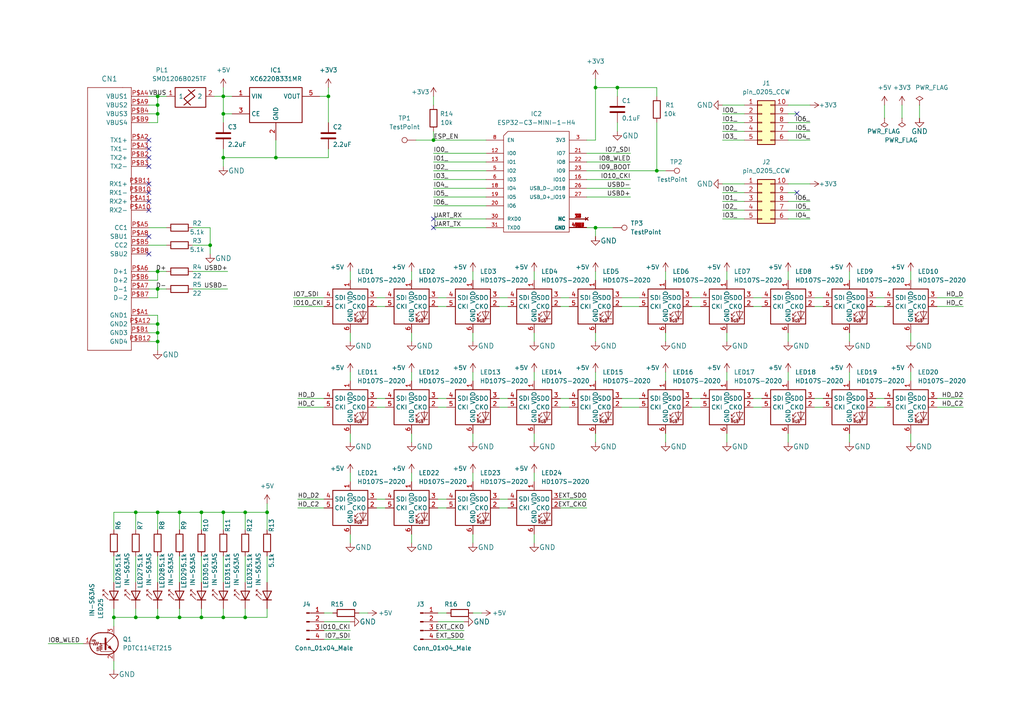
<source format=kicad_sch>
(kicad_sch (version 20211123) (generator eeschema)
  (paper "A4")
  (junction (at 71.12 179.07))
  (junction (at 39.37 148.59))
  (junction (at 60.96 71.12))
  (junction (at 52.07 179.07))
  (junction (at 58.42 179.07))
  (junction (at 45.72 27.94))
  (junction (at 64.77 33.02))
  (junction (at 45.72 93.98))
  (junction (at 45.72 179.07))
  (junction (at 172.72 66.04))
  (junction (at 45.72 96.52))
  (junction (at 39.37 179.07))
  (junction (at 64.77 45.72))
  (junction (at 179.07 25.4))
  (junction (at 33.02 179.07))
  (junction (at 80.01 45.72))
  (junction (at 125.73 40.64))
  (junction (at 58.42 148.59))
  (junction (at 45.72 78.74))
  (junction (at 77.47 148.59))
  (junction (at 45.72 148.59))
  (junction (at 64.77 179.07))
  (junction (at 45.72 83.82))
  (junction (at 172.72 25.4))
  (junction (at 52.07 148.59))
  (junction (at 45.72 33.02))
  (junction (at 71.12 148.59))
  (junction (at 45.72 30.48))
  (junction (at 190.5 49.53))
  (junction (at 95.25 27.94))
  (junction (at 45.72 99.06))
  (junction (at 64.77 148.59))
  (junction (at 64.77 27.94))
  (no_connect (at 43.18 55.88))
  (no_connect (at 43.18 73.66))
  (no_connect (at 231.14 55.88))
  (no_connect (at 125.73 63.5))
  (no_connect (at 231.14 33.02))
  (no_connect (at 43.18 68.58))
  (no_connect (at 43.18 40.64))
  (no_connect (at 43.18 48.26))
  (no_connect (at 43.18 58.42))
  (no_connect (at 43.18 45.72))
  (no_connect (at 43.18 60.96))
  (no_connect (at 43.18 43.18))
  (no_connect (at 125.73 66.04))
  (no_connect (at 43.18 53.34))
  (wire (pts (xy 71.12 148.59) (xy 64.77 148.59)))
  (wire (pts (xy 127 88.9) (xy 129.54 88.9)))
  (wire (pts (xy 228.6 63.5) (xy 234.95 63.5)))
  (wire (pts (xy 210.82 78.74) (xy 210.82 81.28)))
  (wire (pts (xy 125.73 66.04) (xy 140.97 66.04)))
  (wire (pts (xy 119.38 137.16) (xy 119.38 139.7)))
  (wire (pts (xy 162.56 115.57) (xy 165.1 115.57)))
  (wire (pts (xy 125.73 59.69) (xy 140.97 59.69)))
  (wire (pts (xy 58.42 176.53) (xy 58.42 179.07)))
  (wire (pts (xy 86.36 144.78) (xy 93.98 144.78)))
  (wire (pts (xy 64.77 25.4) (xy 64.77 27.94)))
  (wire (pts (xy 134.62 182.88) (xy 127 182.88)))
  (wire (pts (xy 104.14 177.8) (xy 106.68 177.8)))
  (wire (pts (xy 119.38 107.95) (xy 119.38 110.49)))
  (wire (pts (xy 236.22 118.11) (xy 238.76 118.11)))
  (wire (pts (xy 209.55 35.56) (xy 215.9 35.56)))
  (wire (pts (xy 86.36 147.32) (xy 93.98 147.32)))
  (wire (pts (xy 43.18 78.74) (xy 45.72 78.74)))
  (wire (pts (xy 64.77 148.59) (xy 58.42 148.59)))
  (wire (pts (xy 228.6 53.34) (xy 234.95 53.34)))
  (wire (pts (xy 162.56 118.11) (xy 165.1 118.11)))
  (wire (pts (xy 200.66 88.9) (xy 203.2 88.9)))
  (wire (pts (xy 80.01 40.64) (xy 80.01 45.72)))
  (wire (pts (xy 209.55 55.88) (xy 215.9 55.88)))
  (wire (pts (xy 43.18 30.48) (xy 45.72 30.48)))
  (wire (pts (xy 77.47 148.59) (xy 71.12 148.59)))
  (wire (pts (xy 246.38 125.73) (xy 246.38 128.27)))
  (wire (pts (xy 193.04 125.73) (xy 193.04 128.27)))
  (wire (pts (xy 200.66 115.57) (xy 203.2 115.57)))
  (wire (pts (xy 125.73 52.07) (xy 140.97 52.07)))
  (wire (pts (xy 193.04 78.74) (xy 193.04 81.28)))
  (wire (pts (xy 45.72 30.48) (xy 45.72 33.02)))
  (wire (pts (xy 39.37 161.29) (xy 39.37 168.91)))
  (wire (pts (xy 144.78 115.57) (xy 147.32 115.57)))
  (wire (pts (xy 71.12 179.07) (xy 64.77 179.07)))
  (wire (pts (xy 55.88 66.04) (xy 60.96 66.04)))
  (wire (pts (xy 172.72 25.4) (xy 172.72 22.86)))
  (wire (pts (xy 200.66 118.11) (xy 203.2 118.11)))
  (wire (pts (xy 119.38 78.74) (xy 119.38 81.28)))
  (wire (pts (xy 261.62 30.48) (xy 261.62 34.29)))
  (wire (pts (xy 33.02 191.77) (xy 33.02 194.31)))
  (wire (pts (xy 137.16 107.95) (xy 137.16 110.49)))
  (wire (pts (xy 109.22 115.57) (xy 111.76 115.57)))
  (wire (pts (xy 228.6 125.73) (xy 228.6 128.27)))
  (wire (pts (xy 264.16 96.52) (xy 264.16 99.06)))
  (wire (pts (xy 264.16 125.73) (xy 264.16 128.27)))
  (wire (pts (xy 271.78 86.36) (xy 279.4 86.36)))
  (wire (pts (xy 218.44 86.36) (xy 220.98 86.36)))
  (wire (pts (xy 271.78 88.9) (xy 279.4 88.9)))
  (wire (pts (xy 101.6 182.88) (xy 93.98 182.88)))
  (wire (pts (xy 33.02 161.29) (xy 33.02 168.91)))
  (wire (pts (xy 170.18 52.07) (xy 182.88 52.07)))
  (wire (pts (xy 125.73 57.15) (xy 140.97 57.15)))
  (wire (pts (xy 64.77 45.72) (xy 64.77 48.26)))
  (wire (pts (xy 77.47 161.29) (xy 77.47 168.91)))
  (wire (pts (xy 246.38 107.95) (xy 246.38 110.49)))
  (wire (pts (xy 125.73 46.99) (xy 140.97 46.99)))
  (wire (pts (xy 246.38 96.52) (xy 246.38 99.06)))
  (wire (pts (xy 125.73 49.53) (xy 140.97 49.53)))
  (wire (pts (xy 119.38 125.73) (xy 119.38 128.27)))
  (wire (pts (xy 45.72 83.82) (xy 45.72 86.36)))
  (wire (pts (xy 228.6 35.56) (xy 234.95 35.56)))
  (wire (pts (xy 86.36 118.11) (xy 93.98 118.11)))
  (wire (pts (xy 254 86.36) (xy 256.54 86.36)))
  (wire (pts (xy 52.07 148.59) (xy 45.72 148.59)))
  (wire (pts (xy 62.23 27.94) (xy 64.77 27.94)))
  (wire (pts (xy 228.6 38.1) (xy 234.95 38.1)))
  (wire (pts (xy 254 118.11) (xy 256.54 118.11)))
  (wire (pts (xy 92.71 27.94) (xy 95.25 27.94)))
  (wire (pts (xy 52.07 148.59) (xy 52.07 153.67)))
  (wire (pts (xy 209.55 60.96) (xy 215.9 60.96)))
  (wire (pts (xy 170.18 66.04) (xy 172.72 66.04)))
  (wire (pts (xy 45.72 81.28) (xy 45.72 78.74)))
  (wire (pts (xy 101.6 185.42) (xy 93.98 185.42)))
  (wire (pts (xy 45.72 27.94) (xy 48.26 27.94)))
  (wire (pts (xy 180.34 86.36) (xy 185.42 86.36)))
  (wire (pts (xy 254 88.9) (xy 256.54 88.9)))
  (wire (pts (xy 77.47 176.53) (xy 77.47 179.07)))
  (wire (pts (xy 170.18 144.78) (xy 162.56 144.78)))
  (wire (pts (xy 60.96 71.12) (xy 60.96 73.66)))
  (wire (pts (xy 101.6 107.95) (xy 101.6 110.49)))
  (wire (pts (xy 170.18 44.45) (xy 182.88 44.45)))
  (wire (pts (xy 218.44 118.11) (xy 220.98 118.11)))
  (wire (pts (xy 228.6 30.48) (xy 234.95 30.48)))
  (wire (pts (xy 45.72 161.29) (xy 45.72 168.91)))
  (wire (pts (xy 64.77 161.29) (xy 64.77 168.91)))
  (wire (pts (xy 172.72 66.04) (xy 172.72 68.58)))
  (wire (pts (xy 45.72 96.52) (xy 45.72 99.06)))
  (wire (pts (xy 144.78 88.9) (xy 147.32 88.9)))
  (wire (pts (xy 13.97 186.69) (xy 24.13 186.69)))
  (wire (pts (xy 218.44 88.9) (xy 220.98 88.9)))
  (wire (pts (xy 179.07 27.94) (xy 179.07 25.4)))
  (wire (pts (xy 193.04 96.52) (xy 193.04 99.06)))
  (wire (pts (xy 236.22 115.57) (xy 238.76 115.57)))
  (wire (pts (xy 64.77 27.94) (xy 64.77 33.02)))
  (wire (pts (xy 127 177.8) (xy 129.54 177.8)))
  (wire (pts (xy 210.82 96.52) (xy 210.82 99.06)))
  (wire (pts (xy 109.22 118.11) (xy 111.76 118.11)))
  (wire (pts (xy 125.73 40.64) (xy 125.73 38.1)))
  (wire (pts (xy 58.42 148.59) (xy 58.42 153.67)))
  (wire (pts (xy 85.09 88.9) (xy 93.98 88.9)))
  (wire (pts (xy 144.78 144.78) (xy 147.32 144.78)))
  (wire (pts (xy 43.18 83.82) (xy 45.72 83.82)))
  (wire (pts (xy 134.62 185.42) (xy 127 185.42)))
  (wire (pts (xy 180.34 88.9) (xy 185.42 88.9)))
  (wire (pts (xy 45.72 99.06) (xy 45.72 101.6)))
  (wire (pts (xy 209.55 40.64) (xy 215.9 40.64)))
  (wire (pts (xy 71.12 161.29) (xy 71.12 168.91)))
  (wire (pts (xy 43.18 33.02) (xy 45.72 33.02)))
  (wire (pts (xy 77.47 148.59) (xy 77.47 153.67)))
  (wire (pts (xy 137.16 96.52) (xy 137.16 99.06)))
  (wire (pts (xy 39.37 148.59) (xy 33.02 148.59)))
  (wire (pts (xy 231.14 55.88) (xy 228.6 55.88)))
  (wire (pts (xy 58.42 148.59) (xy 52.07 148.59)))
  (wire (pts (xy 137.16 154.94) (xy 137.16 157.48)))
  (wire (pts (xy 125.73 40.64) (xy 140.97 40.64)))
  (wire (pts (xy 144.78 86.36) (xy 147.32 86.36)))
  (wire (pts (xy 119.38 154.94) (xy 119.38 157.48)))
  (wire (pts (xy 190.5 35.56) (xy 190.5 49.53)))
  (wire (pts (xy 172.72 96.52) (xy 172.72 99.06)))
  (wire (pts (xy 127 147.32) (xy 129.54 147.32)))
  (wire (pts (xy 137.16 137.16) (xy 137.16 139.7)))
  (wire (pts (xy 45.72 91.44) (xy 45.72 93.98)))
  (wire (pts (xy 125.73 44.45) (xy 140.97 44.45)))
  (wire (pts (xy 215.9 30.48) (xy 209.55 30.48)))
  (wire (pts (xy 190.5 49.53) (xy 193.04 49.53)))
  (wire (pts (xy 52.07 161.29) (xy 52.07 168.91)))
  (wire (pts (xy 39.37 148.59) (xy 39.37 153.67)))
  (wire (pts (xy 45.72 176.53) (xy 45.72 179.07)))
  (wire (pts (xy 228.6 78.74) (xy 228.6 81.28)))
  (wire (pts (xy 209.55 33.02) (xy 215.9 33.02)))
  (wire (pts (xy 55.88 83.82) (xy 66.04 83.82)))
  (wire (pts (xy 119.38 96.52) (xy 119.38 99.06)))
  (wire (pts (xy 45.72 179.07) (xy 39.37 179.07)))
  (wire (pts (xy 172.72 66.04) (xy 177.8 66.04)))
  (wire (pts (xy 101.6 96.52) (xy 101.6 99.06)))
  (wire (pts (xy 228.6 40.64) (xy 234.95 40.64)))
  (wire (pts (xy 109.22 147.32) (xy 111.76 147.32)))
  (wire (pts (xy 137.16 78.74) (xy 137.16 81.28)))
  (wire (pts (xy 55.88 71.12) (xy 60.96 71.12)))
  (wire (pts (xy 45.72 148.59) (xy 45.72 153.67)))
  (wire (pts (xy 228.6 58.42) (xy 234.95 58.42)))
  (wire (pts (xy 95.25 25.4) (xy 95.25 27.94)))
  (wire (pts (xy 200.66 86.36) (xy 203.2 86.36)))
  (wire (pts (xy 209.55 58.42) (xy 215.9 58.42)))
  (wire (pts (xy 109.22 86.36) (xy 111.76 86.36)))
  (wire (pts (xy 45.72 78.74) (xy 48.26 78.74)))
  (wire (pts (xy 43.18 91.44) (xy 45.72 91.44)))
  (wire (pts (xy 127 115.57) (xy 129.54 115.57)))
  (wire (pts (xy 246.38 78.74) (xy 246.38 81.28)))
  (wire (pts (xy 264.16 78.74) (xy 264.16 81.28)))
  (wire (pts (xy 120.65 40.64) (xy 125.73 40.64)))
  (wire (pts (xy 101.6 125.73) (xy 101.6 128.27)))
  (wire (pts (xy 271.78 118.11) (xy 279.4 118.11)))
  (wire (pts (xy 144.78 147.32) (xy 147.32 147.32)))
  (wire (pts (xy 236.22 88.9) (xy 238.76 88.9)))
  (wire (pts (xy 180.34 118.11) (xy 185.42 118.11)))
  (wire (pts (xy 193.04 107.95) (xy 193.04 110.49)))
  (wire (pts (xy 170.18 46.99) (xy 182.88 46.99)))
  (wire (pts (xy 137.16 125.73) (xy 137.16 128.27)))
  (wire (pts (xy 109.22 144.78) (xy 111.76 144.78)))
  (wire (pts (xy 71.12 148.59) (xy 71.12 153.67)))
  (wire (pts (xy 45.72 83.82) (xy 48.26 83.82)))
  (wire (pts (xy 64.77 179.07) (xy 58.42 179.07)))
  (wire (pts (xy 43.18 99.06) (xy 45.72 99.06)))
  (wire (pts (xy 172.72 78.74) (xy 172.72 81.28)))
  (wire (pts (xy 170.18 147.32) (xy 162.56 147.32)))
  (wire (pts (xy 228.6 96.52) (xy 228.6 99.06)))
  (wire (pts (xy 127 144.78) (xy 129.54 144.78)))
  (wire (pts (xy 52.07 179.07) (xy 45.72 179.07)))
  (wire (pts (xy 236.22 86.36) (xy 238.76 86.36)))
  (wire (pts (xy 33.02 176.53) (xy 33.02 179.07)))
  (wire (pts (xy 33.02 179.07) (xy 33.02 181.61)))
  (wire (pts (xy 67.31 33.02) (xy 64.77 33.02)))
  (wire (pts (xy 162.56 86.36) (xy 165.1 86.36)))
  (wire (pts (xy 95.25 43.18) (xy 95.25 45.72)))
  (wire (pts (xy 172.72 25.4) (xy 179.07 25.4)))
  (wire (pts (xy 127 86.36) (xy 129.54 86.36)))
  (wire (pts (xy 64.77 45.72) (xy 80.01 45.72)))
  (wire (pts (xy 43.18 66.04) (xy 48.26 66.04)))
  (wire (pts (xy 127 118.11) (xy 129.54 118.11)))
  (wire (pts (xy 101.6 78.74) (xy 101.6 81.28)))
  (wire (pts (xy 86.36 115.57) (xy 93.98 115.57)))
  (wire (pts (xy 33.02 148.59) (xy 33.02 153.67)))
  (wire (pts (xy 43.18 96.52) (xy 45.72 96.52)))
  (wire (pts (xy 58.42 179.07) (xy 52.07 179.07)))
  (wire (pts (xy 162.56 88.9) (xy 165.1 88.9)))
  (wire (pts (xy 125.73 54.61) (xy 140.97 54.61)))
  (wire (pts (xy 170.18 49.53) (xy 190.5 49.53)))
  (wire (pts (xy 154.94 125.73) (xy 154.94 128.27)))
  (wire (pts (xy 77.47 146.05) (xy 77.47 148.59)))
  (wire (pts (xy 125.73 30.48) (xy 125.73 27.94)))
  (wire (pts (xy 271.78 115.57) (xy 279.4 115.57)))
  (wire (pts (xy 43.18 71.12) (xy 48.26 71.12)))
  (wire (pts (xy 180.34 115.57) (xy 185.42 115.57)))
  (wire (pts (xy 228.6 107.95) (xy 228.6 110.49)))
  (wire (pts (xy 170.18 57.15) (xy 182.88 57.15)))
  (wire (pts (xy 209.55 63.5) (xy 215.9 63.5)))
  (wire (pts (xy 43.18 93.98) (xy 45.72 93.98)))
  (wire (pts (xy 215.9 53.34) (xy 209.55 53.34)))
  (wire (pts (xy 43.18 35.56) (xy 45.72 35.56)))
  (wire (pts (xy 154.94 107.95) (xy 154.94 110.49)))
  (wire (pts (xy 210.82 107.95) (xy 210.82 110.49)))
  (wire (pts (xy 254 115.57) (xy 256.54 115.57)))
  (wire (pts (xy 80.01 45.72) (xy 95.25 45.72)))
  (wire (pts (xy 85.09 86.36) (xy 93.98 86.36)))
  (wire (pts (xy 172.72 40.64) (xy 172.72 25.4)))
  (wire (pts (xy 43.18 86.36) (xy 45.72 86.36)))
  (wire (pts (xy 58.42 161.29) (xy 58.42 168.91)))
  (wire (pts (xy 43.18 81.28) (xy 45.72 81.28)))
  (wire (pts (xy 172.72 107.95) (xy 172.72 110.49)))
  (wire (pts (xy 170.18 54.61) (xy 182.88 54.61)))
  (wire (pts (xy 60.96 66.04) (xy 60.96 71.12)))
  (wire (pts (xy 45.72 30.48) (xy 45.72 27.94)))
  (wire (pts (xy 45.72 33.02) (xy 45.72 35.56)))
  (wire (pts (xy 77.47 179.07) (xy 71.12 179.07)))
  (wire (pts (xy 101.6 137.16) (xy 101.6 139.7)))
  (wire (pts (xy 170.18 40.64) (xy 172.72 40.64)))
  (wire (pts (xy 137.16 177.8) (xy 139.7 177.8)))
  (wire (pts (xy 43.18 27.94) (xy 45.72 27.94)))
  (wire (pts (xy 71.12 176.53) (xy 71.12 179.07)))
  (wire (pts (xy 266.7 30.48) (xy 266.7 34.29)))
  (wire (pts (xy 125.73 63.5) (xy 140.97 63.5)))
  (wire (pts (xy 45.72 93.98) (xy 45.72 96.52)))
  (wire (pts (xy 154.94 154.94) (xy 154.94 157.48)))
  (wire (pts (xy 101.6 154.94) (xy 101.6 157.48)))
  (wire (pts (xy 218.44 115.57) (xy 220.98 115.57)))
  (wire (pts (xy 64.77 27.94) (xy 67.31 27.94)))
  (wire (pts (xy 154.94 78.74) (xy 154.94 81.28)))
  (wire (pts (xy 127 180.34) (xy 134.62 180.34)))
  (wire (pts (xy 55.88 78.74) (xy 66.04 78.74)))
  (wire (pts (xy 144.78 118.11) (xy 147.32 118.11)))
  (wire (pts (xy 64.77 33.02) (xy 64.77 35.56)))
  (wire (pts (xy 95.25 27.94) (xy 95.25 35.56)))
  (wire (pts (xy 64.77 43.18) (xy 64.77 45.72)))
  (wire (pts (xy 209.55 38.1) (xy 215.9 38.1)))
  (wire (pts (xy 228.6 60.96) (xy 234.95 60.96)))
  (wire (pts (xy 190.5 25.4) (xy 190.5 27.94)))
  (wire (pts (xy 45.72 148.59) (xy 39.37 148.59)))
  (wire (pts (xy 154.94 137.16) (xy 154.94 139.7)))
  (wire (pts (xy 256.54 30.48) (xy 256.54 34.29)))
  (wire (pts (xy 39.37 176.53) (xy 39.37 179.07)))
  (wire (pts (xy 93.98 177.8) (xy 96.52 177.8)))
  (wire (pts (xy 64.77 148.59) (xy 64.77 153.67)))
  (wire (pts (xy 172.72 125.73) (xy 172.72 128.27)))
  (wire (pts (xy 39.37 179.07) (xy 33.02 179.07)))
  (wire (pts (xy 52.07 176.53) (xy 52.07 179.07)))
  (wire (pts (xy 231.14 33.02) (xy 228.6 33.02)))
  (wire (pts (xy 179.07 25.4) (xy 190.5 25.4)))
  (wire (pts (xy 93.98 180.34) (xy 101.6 180.34)))
  (wire (pts (xy 64.77 176.53) (xy 64.77 179.07)))
  (wire (pts (xy 179.07 35.56) (xy 179.07 38.1)))
  (wire (pts (xy 264.16 107.95) (xy 264.16 110.49)))
  (wire (pts (xy 154.94 96.52) (xy 154.94 99.06)))
  (wire (pts (xy 109.22 88.9) (xy 111.76 88.9)))
  (wire (pts (xy 210.82 125.73) (xy 210.82 128.27)))
  (label "IO7_SDI" (at 182.88 44.45 180))
  (label "IO5_" (at 125.73 57.15 0))
  (label "IO4_" (at 234.95 63.5 180))
  (label "D-" (at 48.26 83.82 180))
  (label "HD_C" (at 86.36 118.11 0))
  (label "IO7_SDI" (at 101.6 185.42 180))
  (label "UART_RX" (at 125.73 63.5 0))
  (label "IO5_" (at 234.95 38.1 180))
  (label "EXT_CKO" (at 170.18 147.32 180))
  (label "IO10_CKI" (at 101.6 182.88 180))
  (label "IO1_" (at 125.73 46.99 0))
  (label "HD_D" (at 86.36 115.57 0))
  (label "D+" (at 48.26 78.74 180))
  (label "IO4_" (at 125.73 54.61 0))
  (label "HD_D2" (at 86.36 144.78 0))
  (label "IO6_" (at 234.95 35.56 180))
  (label "IO5_" (at 234.95 60.96 180))
  (label "VBUS" (at 43.18 27.94 0))
  (label "IO0_" (at 125.73 44.45 0))
  (label "IO9_BOOT" (at 182.88 49.53 180))
  (label "IO3_" (at 209.55 63.5 0))
  (label "UART_TX" (at 125.73 66.04 0))
  (label "USBD+" (at 66.04 78.74 180))
  (label "IO1_" (at 209.55 58.42 0))
  (label "IO3_" (at 209.55 40.64 0))
  (label "EXT_SDO" (at 134.62 185.42 180))
  (label "IO1_" (at 209.55 35.56 0))
  (label "IO2_" (at 209.55 38.1 0))
  (label "HD_C2" (at 279.4 118.11 180))
  (label "IO0_" (at 209.55 55.88 0))
  (label "IO6_" (at 125.73 59.69 0))
  (label "USBD+" (at 182.88 57.15 180))
  (label "EXT_CKO" (at 134.62 182.88 180))
  (label "IO2_" (at 209.55 60.96 0))
  (label "IO8_WLED" (at 13.97 186.69 0))
  (label "IO8_WLED" (at 182.88 46.99 180))
  (label "HD_D2" (at 279.4 115.57 180))
  (label "IO7_SDI" (at 85.09 86.36 0))
  (label "IO3_" (at 125.73 52.07 0))
  (label "IO4_" (at 234.95 40.64 180))
  (label "IO10_CKI" (at 85.09 88.9 0))
  (label "IO10_CKI" (at 182.88 52.07 180))
  (label "HD_C" (at 279.4 88.9 180))
  (label "IO6_" (at 234.95 58.42 180))
  (label "ESP_EN" (at 125.73 40.64 0))
  (label "USBD-" (at 182.88 54.61 180))
  (label "HD_D" (at 279.4 86.36 180))
  (label "IO2_" (at 125.73 49.53 0))
  (label "USBD-" (at 66.04 83.82 180))
  (label "EXT_SDO" (at 170.18 144.78 180))
  (label "IO0_" (at 209.55 33.02 0))
  (label "HD_C2" (at 86.36 147.32 0))
  (symbol (lib_id "Device:R") (at 100.33 177.8 90) (unit 1)
    (property "Reference" "R15" (at 97.79 175.26 90))
    (property "Value" "0" (at 102.87 175.26 90))
    (property "Footprint" "Resistor_SMD:R_0603_1608Metric" (effects hide))
  )
  (symbol (lib_id "001-common:GND") (at 154.94 158.75 0) (unit 1)
    (property "Reference" "#SUPPLY033" (effects hide))
    (property "Value" "GND" (at 158.75 158.75 0) (effects (font (size 1.4986 1.4986))))
  )
  (symbol (lib_id "001-common:GND") (at 137.16 100.33 0) (unit 1)
    (property "Reference" "#SUPPLY010" (effects hide))
    (property "Value" "GND" (at 140.97 100.33 0) (effects (font (size 1.4986 1.4986))))
  )
  (symbol (lib_id "203-business-card:IN-S63AS") (at 39.37 171.45 90) (unit 1)
    (property "Reference" "LED26" (at 34.29 167.64 0))
    (property "Value" "IN-S63AS" (at 36.83 165.1 0))
    (property "Footprint" "203-business-card:IN-S63AS5UW" (effects hide))
  )
  (symbol (lib_id "Device:R") (at 45.72 157.48 0) (unit 1)
    (property "Reference" "R8" (at 46.99 152.4 90))
    (property "Value" "5.1k" (at 46.99 162.56 90))
    (property "Footprint" "Resistor_SMD:R_0603_1608Metric" (effects hide))
  )
  (symbol (lib_id "001-common:GND") (at 172.72 100.33 0) (unit 1)
    (property "Reference" "#SUPPLY012" (effects hide))
    (property "Value" "GND" (at 176.53 100.33 0) (effects (font (size 1.4986 1.4986))))
  )
  (symbol (lib_id "001-common:GND") (at 246.38 100.33 0) (unit 1)
    (property "Reference" "#SUPPLY016" (effects hide))
    (property "Value" "GND" (at 250.19 100.33 0) (effects (font (size 1.4986 1.4986))))
  )
  (symbol (lib_id "Device:R") (at 52.07 157.48 0) (unit 1)
    (property "Reference" "R9" (at 53.34 152.4 90))
    (property "Value" "5.1k" (at 53.34 162.56 90))
    (property "Footprint" "Resistor_SMD:R_0603_1608Metric" (effects hide))
  )
  (symbol (lib_id "Device:R") (at 58.42 157.48 0) (unit 1)
    (property "Reference" "R10" (at 59.69 152.4 90))
    (property "Value" "5.1k" (at 59.69 162.56 90))
    (property "Footprint" "Resistor_SMD:R_0603_1608Metric" (effects hide))
  )
  (symbol (lib_id "203-business-card:HD107S-2020") (at 246.38 88.9 0) (unit 1)
    (property "Reference" "LED9" (at 248.3994 78.74 0) (effects (justify left)))
    (property "Value" "HD107S-2020" (at 248.3994 81.28 0) (effects (justify left)))
    (property "Footprint" "203-business-card:HD107S-2020" (effects hide))
  )
  (symbol (lib_id "001-common:GND") (at 246.38 129.54 0) (unit 1)
    (property "Reference" "#SUPPLY028" (effects hide))
    (property "Value" "GND" (at 250.19 129.54 0) (effects (font (size 1.4986 1.4986))))
  )
  (symbol (lib_id "001-common:GND") (at 228.6 129.54 0) (unit 1)
    (property "Reference" "#SUPPLY027" (effects hide))
    (property "Value" "GND" (at 232.41 129.54 0) (effects (font (size 1.4986 1.4986))))
  )
  (symbol (lib_id "203-business-card:HD107S-2020") (at 101.6 147.32 0) (unit 1)
    (property "Reference" "LED21" (at 103.6194 137.16 0) (effects (justify left)))
    (property "Value" "HD107S-2020" (at 103.6194 139.7 0) (effects (justify left)))
    (property "Footprint" "203-business-card:HD107S-2020" (effects hide))
  )
  (symbol (lib_id "203-business-card:HD107S-2020") (at 119.38 88.9 0) (unit 1)
    (property "Reference" "LED2" (at 121.3994 78.74 0) (effects (justify left)))
    (property "Value" "HD107S-2020" (at 121.3994 81.28 0) (effects (justify left)))
    (property "Footprint" "203-business-card:HD107S-2020" (effects hide))
  )
  (symbol (lib_id "Device:C") (at 95.25 39.37 0) (unit 1)
    (property "Reference" "C2" (at 96.52 36.83 0) (effects (justify left)))
    (property "Value" "2.2uF" (at 96.52 41.91 0) (effects (justify left)))
    (property "Footprint" "Capacitor_SMD:C_0603_1608Metric" (effects hide))
  )
  (symbol (lib_id "Device:R") (at 52.07 66.04 90) (unit 1)
    (property "Reference" "R2" (at 57.15 64.77 90))
    (property "Value" "5.1k" (at 57.15 67.31 90))
    (property "Footprint" "Resistor_SMD:R_0603_1608Metric" (effects hide))
  )
  (symbol (lib_id "001-common:GND") (at 266.7 35.56 0) (unit 1)
    (property "Reference" "#SUPPLY01" (effects hide))
    (property "Value" "GND" (at 266.7 38.1 0) (effects (font (size 1.4986 1.4986))))
  )
  (symbol (lib_id "power:+3V3") (at 95.25 25.4 0) (unit 1)
    (property "Reference" "#PWR06" (effects hide))
    (property "Value" "+3V3" (at 95.25 20.32 0))
  )
  (symbol (lib_id "Device:R") (at 133.35 177.8 90) (unit 1)
    (property "Reference" "R16" (at 130.81 175.26 90))
    (property "Value" "0" (at 135.89 175.26 90))
    (property "Footprint" "Resistor_SMD:R_0603_1608Metric" (effects hide))
  )
  (symbol (lib_id "Device:R") (at 52.07 71.12 90) (unit 1)
    (property "Reference" "R3" (at 57.15 69.85 90))
    (property "Value" "5.1k" (at 57.15 72.39 90))
    (property "Footprint" "Resistor_SMD:R_0603_1608Metric" (effects hide))
  )
  (symbol (lib_id "power:+5V") (at 101.6 78.74 0) (unit 1)
    (property "Reference" "#PWR08" (effects hide))
    (property "Value" "+5V" (at 97.79 77.47 0))
  )
  (symbol (lib_id "001-common:GND") (at 119.38 158.75 0) (unit 1)
    (property "Reference" "#SUPPLY031" (effects hide))
    (property "Value" "GND" (at 123.19 158.75 0) (effects (font (size 1.4986 1.4986))))
  )
  (symbol (lib_id "203-business-card:HD107S-2020") (at 154.94 88.9 0) (unit 1)
    (property "Reference" "LED4" (at 156.9594 78.74 0) (effects (justify left)))
    (property "Value" "HD107S-2020" (at 156.9594 81.28 0) (effects (justify left)))
    (property "Footprint" "203-business-card:HD107S-2020" (effects hide))
  )
  (symbol (lib_id "001-common:GND") (at 137.16 129.54 0) (unit 1)
    (property "Reference" "#SUPPLY022" (effects hide))
    (property "Value" "GND" (at 140.97 129.54 0) (effects (font (size 1.4986 1.4986))))
  )
  (symbol (lib_id "203-business-card:PDTC114ET215") (at 30.48 186.69 0) (unit 1)
    (property "Reference" "Q1" (at 35.56 185.4199 0) (effects (justify left)))
    (property "Value" "PDTC114ET215" (at 35.56 187.9599 0) (effects (justify left)))
    (property "Footprint" "Package_TO_SOT_SMD:SOT-23-3" (effects hide))
  )
  (symbol (lib_id "203-business-card:HD107S-2020") (at 137.16 88.9 0) (unit 1)
    (property "Reference" "LED3" (at 139.1794 78.74 0) (effects (justify left)))
    (property "Value" "HD107S-2020" (at 139.1794 81.28 0) (effects (justify left)))
    (property "Footprint" "203-business-card:HD107S-2020" (effects hide))
  )
  (symbol (lib_id "power:+5V") (at 137.16 107.95 0) (unit 1)
    (property "Reference" "#PWR020" (effects hide))
    (property "Value" "+5V" (at 133.35 106.68 0))
  )
  (symbol (lib_id "001-common:GND") (at 179.07 39.37 0) (unit 1)
    (property "Reference" "#SUPPLY02" (effects hide))
    (property "Value" "GND" (at 182.88 39.37 0) (effects (font (size 1.4986 1.4986))))
  )
  (symbol (lib_id "203-business-card:IN-S63AS") (at 71.12 171.45 90) (unit 1)
    (property "Reference" "LED31" (at 66.04 167.64 0))
    (property "Value" "IN-S63AS" (at 68.58 165.1 0))
    (property "Footprint" "203-business-card:IN-S63AS5UW" (effects hide))
  )
  (symbol (lib_id "203-business-card:HD107S-2020") (at 101.6 88.9 0) (unit 1)
    (property "Reference" "LED1" (at 103.6194 78.74 0) (effects (justify left)))
    (property "Value" "HD107S-2020" (at 103.6194 81.28 0) (effects (justify left)))
    (property "Footprint" "203-business-card:HD107S-2020" (effects hide))
  )
  (symbol (lib_id "001-common:GND") (at 208.28 53.34 270) (unit 1)
    (property "Reference" "#SUPPLY0101" (effects hide))
    (property "Value" "GND" (at 204.47 53.34 90) (effects (font (size 1.4986 1.4986))))
  )
  (symbol (lib_id "power:+5V") (at 264.16 107.95 0) (unit 1)
    (property "Reference" "#PWR027" (effects hide))
    (property "Value" "+5V" (at 260.35 106.68 0))
  )
  (symbol (lib_id "power:+5V") (at 137.16 137.16 0) (unit 1)
    (property "Reference" "#PWR032" (effects hide))
    (property "Value" "+5V" (at 133.35 135.89 0))
  )
  (symbol (lib_id "power:+5V") (at 119.38 107.95 0) (unit 1)
    (property "Reference" "#PWR019" (effects hide))
    (property "Value" "+5V" (at 115.57 106.68 0))
  )
  (symbol (lib_id "001-common:GND") (at 101.6 129.54 0) (unit 1)
    (property "Reference" "#SUPPLY020" (effects hide))
    (property "Value" "GND" (at 105.41 129.54 0) (effects (font (size 1.4986 1.4986))))
  )
  (symbol (lib_id "203-business-card:HD107S-2020") (at 154.94 147.32 0) (unit 1)
    (property "Reference" "LED24" (at 156.9594 137.16 0) (effects (justify left)))
    (property "Value" "HD107S-2020" (at 156.9594 139.7 0) (effects (justify left)))
    (property "Footprint" "203-business-card:HD107S-2020" (effects hide))
  )
  (symbol (lib_id "203-business-card:HD107S-2020") (at 137.16 147.32 0) (unit 1)
    (property "Reference" "LED23" (at 139.1794 137.16 0) (effects (justify left)))
    (property "Value" "HD107S-2020" (at 139.1794 139.7 0) (effects (justify left)))
    (property "Footprint" "203-business-card:HD107S-2020" (effects hide))
  )
  (symbol (lib_id "Connector:TestPoint") (at 120.65 40.64 90) (unit 1)
    (property "Reference" "TP1" (at 117.348 34.29 90))
    (property "Value" "TestPoint" (at 117.348 36.83 90))
    (property "Footprint" "TestPoint:TestPoint_Pad_D1.5mm" (effects hide))
  )
  (symbol (lib_id "power:+3V3") (at 234.95 30.48 270) (unit 1)
    (property "Reference" "#PWR029" (effects hide))
    (property "Value" "+3V3" (at 237.49 30.48 90) (effects (justify left)))
  )
  (symbol (lib_id "power:PWR_FLAG") (at 256.54 34.29 180) (unit 1)
    (property "Reference" "#FLG02" (effects hide))
    (property "Value" "PWR_FLAG" (at 251.46 38.1 0) (effects (justify right)))
  )
  (symbol (lib_id "power:+5V") (at 139.7 177.8 270) (unit 1)
    (property "Reference" "#PWR01" (effects hide))
    (property "Value" "+5V" (at 144.78 177.8 90))
  )
  (symbol (lib_id "Device:C") (at 64.77 39.37 0) (unit 1)
    (property "Reference" "C3" (at 66.04 36.83 0) (effects (justify left)))
    (property "Value" "2.2uF" (at 66.04 41.91 0) (effects (justify left)))
    (property "Footprint" "Capacitor_SMD:C_0603_1608Metric" (effects hide))
  )
  (symbol (lib_id "001-common:GND") (at 154.94 100.33 0) (unit 1)
    (property "Reference" "#SUPPLY011" (effects hide))
    (property "Value" "GND" (at 158.75 100.33 0) (effects (font (size 1.4986 1.4986))))
  )
  (symbol (lib_id "203-business-card:HD107S-2020") (at 193.04 118.11 0) (unit 1)
    (property "Reference" "LED16" (at 195.0594 107.95 0) (effects (justify left)))
    (property "Value" "HD107S-2020" (at 195.0594 110.49 0) (effects (justify left)))
    (property "Footprint" "203-business-card:HD107S-2020" (effects hide))
  )
  (symbol (lib_id "203-business-card:HD107S-2020") (at 264.16 118.11 0) (unit 1)
    (property "Reference" "LED20" (at 266.1794 107.95 0) (effects (justify left)))
    (property "Value" "HD107S-2020" (at 266.1794 110.49 0) (effects (justify left)))
    (property "Footprint" "203-business-card:HD107S-2020" (effects hide))
  )
  (symbol (lib_id "power:+5V") (at 264.16 78.74 0) (unit 1)
    (property "Reference" "#PWR017" (effects hide))
    (property "Value" "+5V" (at 260.35 77.47 0))
  )
  (symbol (lib_id "Connector:TestPoint") (at 193.04 49.53 270) (unit 1)
    (property "Reference" "TP2" (at 194.31 46.99 90) (effects (justify left)))
    (property "Value" "TestPoint" (at 190.5 52.07 90) (effects (justify left)))
    (property "Footprint" "TestPoint:TestPoint_Pad_D1.5mm" (effects hide))
  )
  (symbol (lib_id "power:+5V") (at 172.72 78.74 0) (unit 1)
    (property "Reference" "#PWR012" (effects hide))
    (property "Value" "+5V" (at 168.91 77.47 0))
  )
  (symbol (lib_id "Device:R") (at 52.07 83.82 90) (unit 1)
    (property "Reference" "R5" (at 57.15 82.55 90))
    (property "Value" "22" (at 57.15 85.09 90))
    (property "Footprint" "Resistor_SMD:R_0603_1608Metric" (effects hide))
  )
  (symbol (lib_id "001-common:GND") (at 154.94 129.54 0) (unit 1)
    (property "Reference" "#SUPPLY023" (effects hide))
    (property "Value" "GND" (at 158.75 129.54 0) (effects (font (size 1.4986 1.4986))))
  )
  (symbol (lib_id "203-business-card:IN-S63AS") (at 58.42 171.45 90) (unit 1)
    (property "Reference" "LED29" (at 53.34 167.64 0))
    (property "Value" "IN-S63AS" (at 55.88 165.1 0))
    (property "Footprint" "203-business-card:IN-S63AS5UW" (effects hide))
  )
  (symbol (lib_id "001-common:GND") (at 210.82 129.54 0) (unit 1)
    (property "Reference" "#SUPPLY026" (effects hide))
    (property "Value" "GND" (at 214.63 129.54 0) (effects (font (size 1.4986 1.4986))))
  )
  (symbol (lib_id "power:+5V") (at 106.68 177.8 270) (unit 1)
    (property "Reference" "#PWR036" (effects hide))
    (property "Value" "+5V" (at 111.76 177.8 90))
  )
  (symbol (lib_id "power:+5V") (at 154.94 78.74 0) (unit 1)
    (property "Reference" "#PWR011" (effects hide))
    (property "Value" "+5V" (at 151.13 77.47 0))
  )
  (symbol (lib_id "203-business-card:HD107S-2020") (at 101.6 118.11 0) (unit 1)
    (property "Reference" "LED11" (at 103.6194 107.95 0) (effects (justify left)))
    (property "Value" "HD107S-2020" (at 103.6194 110.49 0) (effects (justify left)))
    (property "Footprint" "203-business-card:HD107S-2020" (effects hide))
  )
  (symbol (lib_id "power:+5V") (at 101.6 137.16 0) (unit 1)
    (property "Reference" "#PWR030" (effects hide))
    (property "Value" "+5V" (at 97.79 135.89 0))
  )
  (symbol (lib_id "203-business-card:HD107S-2020") (at 246.38 118.11 0) (unit 1)
    (property "Reference" "LED19" (at 248.3994 107.95 0) (effects (justify left)))
    (property "Value" "HD107S-2020" (at 248.3994 110.49 0) (effects (justify left)))
    (property "Footprint" "203-business-card:HD107S-2020" (effects hide))
  )
  (symbol (lib_id "power:+5V") (at 246.38 107.95 0) (unit 1)
    (property "Reference" "#PWR026" (effects hide))
    (property "Value" "+5V" (at 242.57 106.68 0))
  )
  (symbol (lib_id "Device:C") (at 179.07 31.75 0) (unit 1)
    (property "Reference" "C1" (at 180.34 29.21 0) (effects (justify left)))
    (property "Value" "0.1uF" (at 180.34 34.29 0) (effects (justify left)))
    (property "Footprint" "Capacitor_SMD:C_0603_1608Metric" (effects hide))
  )
  (symbol (lib_id "203-business-card:HD107S-2020") (at 264.16 88.9 0) (unit 1)
    (property "Reference" "LED10" (at 266.1794 78.74 0) (effects (justify left)))
    (property "Value" "HD107S-2020" (at 266.1794 81.28 0) (effects (justify left)))
    (property "Footprint" "203-business-card:HD107S-2020" (effects hide))
  )
  (symbol (lib_id "Device:R") (at 39.37 157.48 0) (unit 1)
    (property "Reference" "R7" (at 40.64 152.4 90))
    (property "Value" "5.1k" (at 40.64 162.56 90))
    (property "Footprint" "Resistor_SMD:R_0603_1608Metric" (effects hide))
  )
  (symbol (lib_id "power:+3V3") (at 261.62 30.48 0) (unit 1)
    (property "Reference" "#PWR04" (effects hide))
    (property "Value" "+3V3" (at 261.62 25.4 0))
  )
  (symbol (lib_id "203-business-card:HD107S-2020") (at 137.16 118.11 0) (unit 1)
    (property "Reference" "LED13" (at 139.1794 107.95 0) (effects (justify left)))
    (property "Value" "HD107S-2020" (at 139.1794 110.49 0) (effects (justify left)))
    (property "Footprint" "203-business-card:HD107S-2020" (effects hide))
  )
  (symbol (lib_id "001-common:GND") (at 135.89 180.34 90) (unit 1)
    (property "Reference" "#SUPPLY03" (effects hide))
    (property "Value" "GND" (at 139.7 180.34 90) (effects (font (size 1.4986 1.4986))))
  )
  (symbol (lib_id "001-common:GND") (at 264.16 129.54 0) (unit 1)
    (property "Reference" "#SUPPLY029" (effects hide))
    (property "Value" "GND" (at 267.97 129.54 0) (effects (font (size 1.4986 1.4986))))
  )
  (symbol (lib_id "power:+5V") (at 210.82 107.95 0) (unit 1)
    (property "Reference" "#PWR024" (effects hide))
    (property "Value" "+5V" (at 207.01 106.68 0))
  )
  (symbol (lib_id "Connector:TestPoint") (at 177.8 66.04 270) (unit 1)
    (property "Reference" "TP3" (at 182.88 64.7699 90) (effects (justify left)))
    (property "Value" "TestPoint" (at 182.88 67.3099 90) (effects (justify left)))
    (property "Footprint" "TestPoint:TestPoint_Pad_D1.5mm" (effects hide))
  )
  (symbol (lib_id "001-common:GND") (at 101.6 158.75 0) (unit 1)
    (property "Reference" "#SUPPLY030" (effects hide))
    (property "Value" "GND" (at 105.41 158.75 0) (effects (font (size 1.4986 1.4986))))
  )
  (symbol (lib_id "power:+5V") (at 172.72 107.95 0) (unit 1)
    (property "Reference" "#PWR022" (effects hide))
    (property "Value" "+5V" (at 168.91 106.68 0))
  )
  (symbol (lib_id "001-common:GND") (at 33.02 195.58 0) (unit 1)
    (property "Reference" "#SUPPLY036" (effects hide))
    (property "Value" "GND" (at 36.83 195.58 0) (effects (font (size 1.4986 1.4986))))
  )
  (symbol (lib_id "power:+3V3") (at 125.73 27.94 0) (unit 1)
    (property "Reference" "#PWR028" (effects hide))
    (property "Value" "+3V3" (at 121.92 26.67 0))
  )
  (symbol (lib_id "power:+5V") (at 119.38 137.16 0) (unit 1)
    (property "Reference" "#PWR031" (effects hide))
    (property "Value" "+5V" (at 115.57 135.89 0))
  )
  (symbol (lib_id "Connector_Generic:Conn_02x05_Counter_Clockwise") (at 220.98 58.42 0) (unit 1)
    (property "Reference" "J2" (at 222.25 46.99 0))
    (property "Value" "pin_0205_CCW" (at 222.25 49.53 0))
    (property "Footprint" "203-business-card:hachi-8080-10pin-mount-for-ELECA" (effects hide))
  )
  (symbol (lib_id "203-business-card:ESP32-C3-MINI-1-H4") (at 146.05 38.1 0) (unit 1)
    (property "Reference" "IC2" (at 155.575 33.02 0))
    (property "Value" "ESP32-C3-MINI-1-H4" (at 155.575 35.56 0))
    (property "Footprint" "203-business-card:XCVR_ESP32-C3-MINI-1-N4" (effects hide))
  )
  (symbol (lib_id "001-common:GND") (at 119.38 129.54 0) (unit 1)
    (property "Reference" "#SUPPLY021" (effects hide))
    (property "Value" "GND" (at 123.19 129.54 0) (effects (font (size 1.4986 1.4986))))
  )
  (symbol (lib_id "001-common:GND") (at 208.28 30.48 270) (unit 1)
    (property "Reference" "#SUPPLY034" (effects hide))
    (property "Value" "GND" (at 204.47 30.48 90) (effects (font (size 1.4986 1.4986))))
  )
  (symbol (lib_id "001-common:GND") (at 101.6 100.33 0) (unit 1)
    (property "Reference" "#SUPPLY08" (effects hide))
    (property "Value" "GND" (at 105.41 100.33 0) (effects (font (size 1.4986 1.4986))))
  )
  (symbol (lib_id "Connector_Generic:Conn_02x05_Counter_Clockwise") (at 220.98 35.56 0) (unit 1)
    (property "Reference" "J1" (at 222.25 24.13 0))
    (property "Value" "pin_0205_CCW" (at 222.25 26.67 0))
    (property "Footprint" "203-business-card:hachi-8080-10pin-mount-for-ELECA" (effects hide))
  )
  (symbol (lib_id "203-business-card:CON_USB-CPCBPLUG") (at 33.02 63.5 0) (mirror y) (unit 1)
    (property "Reference" "CN1" (at 31.75 22.86 0) (effects (font (size 1.4986 1.4986))))
    (property "Value" "CON_USB-CPCBPLUG" (effects hide))
    (property "Footprint" "203-business-card:USB-C_PCBPLUG" (effects hide))
  )
  (symbol (lib_id "203-business-card:IN-S63AS") (at 77.47 171.45 90) (unit 1)
    (property "Reference" "LED32" (at 72.39 167.64 0))
    (property "Value" "IN-S63AS" (at 74.93 165.1 0))
    (property "Footprint" "203-business-card:IN-S63AS5UW" (effects hide))
  )
  (symbol (lib_id "001-common:GND") (at 45.72 102.87 0) (unit 1)
    (property "Reference" "#SUPPLY018" (effects hide))
    (property "Value" "GND" (at 49.53 102.87 0) (effects (font (size 1.4986 1.4986))))
  )
  (symbol (lib_id "203-business-card:HD107S-2020") (at 228.6 88.9 0) (unit 1)
    (property "Reference" "LED8" (at 230.6194 78.74 0) (effects (justify left)))
    (property "Value" "HD107S-2020" (at 230.6194 81.28 0) (effects (justify left)))
    (property "Footprint" "203-business-card:HD107S-2020" (effects hide))
  )
  (symbol (lib_id "Connector:Conn_01x04_Male") (at 88.9 180.34 0) (unit 1)
    (property "Reference" "J4" (at 88.9 175.26 0))
    (property "Value" "Conn_01x04_Male" (at 93.98 187.96 0))
    (property "Footprint" "203-business-card:1×04_pinhead_smd" (effects hide))
  )
  (symbol (lib_id "001-common:GND") (at 210.82 100.33 0) (unit 1)
    (property "Reference" "#SUPPLY014" (effects hide))
    (property "Value" "GND" (at 214.63 100.33 0) (effects (font (size 1.4986 1.4986))))
  )
  (symbol (lib_id "power:+5V") (at 228.6 107.95 0) (unit 1)
    (property "Reference" "#PWR025" (effects hide))
    (property "Value" "+5V" (at 224.79 106.68 0))
  )
  (symbol (lib_id "203-business-card:HD107S-2020") (at 119.38 147.32 0) (unit 1)
    (property "Reference" "LED22" (at 121.3994 137.16 0) (effects (justify left)))
    (property "Value" "HD107S-2020" (at 121.3994 139.7 0) (effects (justify left)))
    (property "Footprint" "203-business-card:HD107S-2020" (effects hide))
  )
  (symbol (lib_id "001-common:GND") (at 60.96 74.93 0) (unit 1)
    (property "Reference" "#SUPPLY07" (effects hide))
    (property "Value" "GND" (at 64.77 74.93 0) (effects (font (size 1.4986 1.4986))))
  )
  (symbol (lib_id "001-common:GND") (at 102.87 180.34 90) (unit 1)
    (property "Reference" "#SUPPLY019" (effects hide))
    (property "Value" "GND" (at 106.68 180.34 90) (effects (font (size 1.4986 1.4986))))
  )
  (symbol (lib_id "001-common:GND") (at 193.04 129.54 0) (unit 1)
    (property "Reference" "#SUPPLY025" (effects hide))
    (property "Value" "GND" (at 196.85 129.54 0) (effects (font (size 1.4986 1.4986))))
  )
  (symbol (lib_id "203-business-card:HD107S-2020") (at 210.82 118.11 0) (unit 1)
    (property "Reference" "LED17" (at 212.8394 107.95 0) (effects (justify left)))
    (property "Value" "HD107S-2020" (at 212.8394 110.49 0) (effects (justify left)))
    (property "Footprint" "203-business-card:HD107S-2020" (effects hide))
  )
  (symbol (lib_id "203-business-card:HD107S-2020") (at 228.6 118.11 0) (unit 1)
    (property "Reference" "LED18" (at 230.6194 107.95 0) (effects (justify left)))
    (property "Value" "HD107S-2020" (at 230.6194 110.49 0) (effects (justify left)))
    (property "Footprint" "203-business-card:HD107S-2020" (effects hide))
  )
  (symbol (lib_id "power:+5V") (at 137.16 78.74 0) (unit 1)
    (property "Reference" "#PWR010" (effects hide))
    (property "Value" "+5V" (at 133.35 77.47 0))
  )
  (symbol (lib_id "power:+5V") (at 246.38 78.74 0) (unit 1)
    (property "Reference" "#PWR016" (effects hide))
    (property "Value" "+5V" (at 242.57 77.47 0))
  )
  (symbol (lib_id "Device:R") (at 52.07 78.74 90) (unit 1)
    (property "Reference" "R4" (at 57.15 77.47 90))
    (property "Value" "22" (at 57.15 80.01 90))
    (property "Footprint" "Resistor_SMD:R_0603_1608Metric" (effects hide))
  )
  (symbol (lib_id "203-business-card:HD107S-2020") (at 172.72 118.11 0) (unit 1)
    (property "Reference" "LED15" (at 174.7394 107.95 0) (effects (justify left)))
    (property "Value" "HD107S-2020" (at 174.7394 110.49 0) (effects (justify left)))
    (property "Footprint" "203-business-card:HD107S-2020" (effects hide))
  )
  (symbol (lib_id "Device:R") (at 71.12 157.48 0) (unit 1)
    (property "Reference" "R12" (at 72.39 152.4 90))
    (property "Value" "5.1k" (at 72.39 162.56 90))
    (property "Footprint" "Resistor_SMD:R_0603_1608Metric" (effects hide))
  )
  (symbol (lib_id "001-common:GND") (at 119.38 100.33 0) (unit 1)
    (property "Reference" "#SUPPLY09" (effects hide))
    (property "Value" "GND" (at 123.19 100.33 0) (effects (font (size 1.4986 1.4986))))
  )
  (symbol (lib_id "power:+5V") (at 228.6 78.74 0) (unit 1)
    (property "Reference" "#PWR015" (effects hide))
    (property "Value" "+5V" (at 224.79 77.47 0))
  )
  (symbol (lib_id "203-business-card:HD107S-2020") (at 119.38 118.11 0) (unit 1)
    (property "Reference" "LED12" (at 121.3994 107.95 0) (effects (justify left)))
    (property "Value" "HD107S-2020" (at 121.3994 110.49 0) (effects (justify left)))
    (property "Footprint" "203-business-card:HD107S-2020" (effects hide))
  )
  (symbol (lib_id "203-business-card:HD107S-2020") (at 193.04 88.9 0) (unit 1)
    (property "Reference" "LED6" (at 195.0594 78.74 0) (effects (justify left)))
    (property "Value" "HD107S-2020" (at 195.0594 81.28 0) (effects (justify left)))
    (property "Footprint" "203-business-card:HD107S-2020" (effects hide))
  )
  (symbol (lib_id "Device:R") (at 190.5 31.75 180) (unit 1)
    (property "Reference" "R1" (at 194.31 30.48 0))
    (property "Value" "10k" (at 194.31 33.02 0))
    (property "Footprint" "Resistor_SMD:R_0603_1608Metric" (effects hide))
  )
  (symbol (lib_id "power:+5V") (at 154.94 107.95 0) (unit 1)
    (property "Reference" "#PWR021" (effects hide))
    (property "Value" "+5V" (at 151.13 106.68 0))
  )
  (symbol (lib_id "Device:R") (at 33.02 157.48 0) (unit 1)
    (property "Reference" "R6" (at 34.29 152.4 90))
    (property "Value" "5.1k" (at 34.29 162.56 90))
    (property "Footprint" "Resistor_SMD:R_0603_1608Metric" (effects hide))
  )
  (symbol (lib_id "001-common:GND") (at 137.16 158.75 0) (unit 1)
    (property "Reference" "#SUPPLY032" (effects hide))
    (property "Value" "GND" (at 140.97 158.75 0) (effects (font (size 1.4986 1.4986))))
  )
  (symbol (lib_id "001-common:GND") (at 172.72 129.54 0) (unit 1)
    (property "Reference" "#SUPPLY024" (effects hide))
    (property "Value" "GND" (at 176.53 129.54 0) (effects (font (size 1.4986 1.4986))))
  )
  (symbol (lib_id "power:+5V") (at 256.54 30.48 0) (unit 1)
    (property "Reference" "#PWR03" (effects hide))
    (property "Value" "+5V" (at 256.54 25.4 0))
  )
  (symbol (lib_id "203-business-card:HD107S-2020") (at 210.82 88.9 0) (unit 1)
    (property "Reference" "LED7" (at 212.8394 78.74 0) (effects (justify left)))
    (property "Value" "HD107S-2020" (at 212.8394 81.28 0) (effects (justify left)))
    (property "Footprint" "203-business-card:HD107S-2020" (effects hide))
  )
  (symbol (lib_id "power:+5V") (at 210.82 78.74 0) (unit 1)
    (property "Reference" "#PWR014" (effects hide))
    (property "Value" "+5V" (at 207.01 77.47 0))
  )
  (symbol (lib_id "203-business-card:IN-S63AS") (at 45.72 171.45 90) (unit 1)
    (property "Reference" "LED27" (at 40.64 167.64 0))
    (property "Value" "IN-S63AS" (at 43.18 165.1 0))
    (property "Footprint" "203-business-card:IN-S63AS5UW" (effects hide))
  )
  (symbol (lib_id "203-business-card:HD107S-2020") (at 154.94 118.11 0) (unit 1)
    (property "Reference" "LED14" (at 156.9594 107.95 0) (effects (justify left)))
    (property "Value" "HD107S-2020" (at 156.9594 110.49 0) (effects (justify left)))
    (property "Footprint" "203-business-card:HD107S-2020" (effects hide))
  )
  (symbol (lib_id "203-business-card:POLY_SW") (at 50.8 25.4 0) (unit 1)
    (property "Reference" "PL1" (at 46.99 20.32 0))
    (property "Value" "SMD1206B025TF" (at 52.07 22.86 0))
    (property "Footprint" "Resistor_SMD:R_1206_3216Metric" (effects hide))
  )
  (symbol (lib_id "Connector:Conn_01x04_Male") (at 121.92 180.34 0) (unit 1)
    (property "Reference" "J3" (at 121.92 175.26 0))
    (property "Value" "Conn_01x04_Male" (at 128.27 187.96 0))
    (property "Footprint" "203-business-card:1×04_pinhead_smd" (effects hide))
  )
  (symbol (lib_id "power:PWR_FLAG") (at 266.7 30.48 0) (unit 1)
    (property "Reference" "#FLG01" (effects hide))
    (property "Value" "PWR_FLAG" (at 265.43 25.4 0) (effects (justify left)))
  )
  (symbol (lib_id "power:+5V") (at 64.77 25.4 0) (unit 1)
    (property "Reference" "#PWR05" (effects hide))
    (property "Value" "+5V" (at 64.77 20.32 0))
  )
  (symbol (lib_id "001-common:GND") (at 264.16 100.33 0) (unit 1)
    (property "Reference" "#SUPPLY017" (effects hide))
    (property "Value" "GND" (at 267.97 100.33 0) (effects (font (size 1.4986 1.4986))))
  )
  (symbol (lib_id "001-common:GND") (at 228.6 100.33 0) (unit 1)
    (property "Reference" "#SUPPLY015" (effects hide))
    (property "Value" "GND" (at 232.41 100.33 0) (effects (font (size 1.4986 1.4986))))
  )
  (symbol (lib_id "power:+3V3") (at 234.95 53.34 270) (unit 1)
    (property "Reference" "#PWR0101" (effects hide))
    (property "Value" "+3V3" (at 237.49 53.34 90) (effects (justify left)))
  )
  (symbol (lib_id "power:+5V") (at 193.04 78.74 0) (unit 1)
    (property "Reference" "#PWR013" (effects hide))
    (property "Value" "+5V" (at 189.23 77.47 0))
  )
  (symbol (lib_id "power:+5V") (at 154.94 137.16 0) (unit 1)
    (property "Reference" "#PWR033" (effects hide))
    (property "Value" "+5V" (at 151.13 135.89 0))
  )
  (symbol (lib_id "power:+5V") (at 101.6 107.95 0) (unit 1)
    (property "Reference" "#PWR018" (effects hide))
    (property "Value" "+5V" (at 97.79 106.68 0))
  )
  (symbol (lib_id "001-common:GND") (at 172.72 69.85 0) (unit 1)
    (property "Reference" "#SUPPLY06" (effects hide))
    (property "Value" "GND" (at 176.53 69.85 0) (effects (font (size 1.4986 1.4986))))
  )
  (symbol (lib_id "203-business-card:IN-S63AS") (at 52.07 171.45 90) (unit 1)
    (property "Reference" "LED28" (at 46.99 167.64 0))
    (property "Value" "IN-S63AS" (at 49.53 165.1 0))
    (property "Footprint" "203-business-card:IN-S63AS5UW" (effects hide))
  )
  (symbol (lib_id "203-business-card:IN-S63AS") (at 64.77 171.45 90) (unit 1)
    (property "Reference" "LED30" (at 59.69 167.64 0))
    (property "Value" "IN-S63AS" (at 62.23 165.1 0))
    (property "Footprint" "203-business-card:IN-S63AS5UW" (effects hide))
  )
  (symbol (lib_id "power:PWR_FLAG") (at 261.62 34.29 180) (unit 1)
    (property "Reference" "#FLG03" (effects hide))
    (property "Value" "PWR_FLAG" (at 256.54 40.64 0) (effects (justify right)))
  )
  (symbol (lib_id "Device:R") (at 77.47 157.48 0) (unit 1)
    (property "Reference" "R13" (at 78.74 152.4 90))
    (property "Value" "5.1k" (at 78.74 162.56 90))
    (property "Footprint" "Resistor_SMD:R_0603_1608Metric" (effects hide))
  )
  (symbol (lib_id "Device:R") (at 64.77 157.48 0) (unit 1)
    (property "Reference" "R11" (at 66.04 152.4 90))
    (property "Value" "5.1k" (at 66.04 162.56 90))
    (property "Footprint" "Resistor_SMD:R_0603_1608Metric" (effects hide))
  )
  (symbol (lib_name "IN-S63AS_1") (lib_id "203-business-card:IN-S63AS") (at 33.02 171.45 90) (unit 1)
    (property "Reference" "LED25" (at 29.21 176.53 0))
    (property "Value" "IN-S63AS" (at 26.67 173.99 0))
    (property "Footprint" "203-business-card:IN-S63AS5UW" (effects hide))
  )
  (symbol (lib_id "power:+5V") (at 193.04 107.95 0) (unit 1)
    (property "Reference" "#PWR023" (effects hide))
    (property "Value" "+5V" (at 189.23 106.68 0))
  )
  (symbol (lib_id "203-business-card:HD107S-2020") (at 172.72 88.9 0) (unit 1)
    (property "Reference" "LED5" (at 174.7394 78.74 0) (effects (justify left)))
    (property "Value" "HD107S-2020" (at 174.7394 81.28 0) (effects (justify left)))
    (property "Footprint" "203-business-card:HD107S-2020" (effects hide))
  )
  (symbol (lib_id "power:+5V") (at 77.47 146.05 0) (unit 1)
    (property "Reference" "#PWR034" (effects hide))
    (property "Value" "+5V" (at 77.47 140.97 0))
  )
  (symbol (lib_id "power:+3V3") (at 172.72 22.86 0) (unit 1)
    (property "Reference" "#PWR02" (effects hide))
    (property "Value" "+3V3" (at 172.72 17.78 0))
  )
  (symbol (lib_id "Device:R") (at 125.73 34.29 180) (unit 1)
    (property "Reference" "R14" (at 129.54 33.02 0))
    (property "Value" "10k" (at 129.54 35.56 0))
    (property "Footprint" "Resistor_SMD:R_0603_1608Metric" (effects hide))
  )
  (symbol (lib_id "203-business-card:XC6220B331MR") (at 80.01 30.48 0) (unit 1)
    (property "Reference" "IC1" (at 80.01 20.32 0))
    (property "Value" "XC6220B331MR" (at 80.01 22.86 0))
    (property "Footprint" "Package_TO_SOT_SMD:SOT-23-5" (effects hide))
    (property "Datasheet" "https://www.torexsemi.com/file/xc6220/XC6220.pdf" (effects hide))
  )
  (symbol (lib_id "001-common:GND") (at 64.77 49.53 0) (unit 1)
    (property "Reference" "#SUPPLY04" (effects hide))
    (property "Value" "GND" (at 68.58 49.53 0) (effects (font (size 1.4986 1.4986))))
  )
  (symbol (lib_id "power:+5V") (at 119.38 78.74 0) (unit 1)
    (property "Reference" "#PWR09" (effects hide))
    (property "Value" "+5V" (at 115.57 77.47 0))
  )
  (symbol (lib_id "001-common:GND") (at 193.04 100.33 0) (unit 1)
    (property "Reference" "#SUPPLY013" (effects hide))
    (property "Value" "GND" (at 196.85 100.33 0) (effects (font (size 1.4986 1.4986))))
  )
)
</source>
